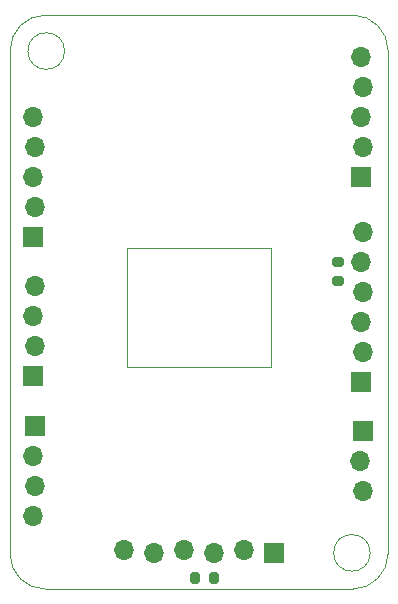
<source format=gbr>
%TF.GenerationSoftware,KiCad,Pcbnew,(6.0.4-0)*%
%TF.CreationDate,2022-08-31T17:38:41+08:00*%
%TF.ProjectId,STLinkV3_Adapter,53544c69-6e6b-4563-935f-416461707465,rev?*%
%TF.SameCoordinates,Original*%
%TF.FileFunction,Soldermask,Bot*%
%TF.FilePolarity,Negative*%
%FSLAX46Y46*%
G04 Gerber Fmt 4.6, Leading zero omitted, Abs format (unit mm)*
G04 Created by KiCad (PCBNEW (6.0.4-0)) date 2022-08-31 17:38:41*
%MOMM*%
%LPD*%
G01*
G04 APERTURE LIST*
G04 Aperture macros list*
%AMRoundRect*
0 Rectangle with rounded corners*
0 $1 Rounding radius*
0 $2 $3 $4 $5 $6 $7 $8 $9 X,Y pos of 4 corners*
0 Add a 4 corners polygon primitive as box body*
4,1,4,$2,$3,$4,$5,$6,$7,$8,$9,$2,$3,0*
0 Add four circle primitives for the rounded corners*
1,1,$1+$1,$2,$3*
1,1,$1+$1,$4,$5*
1,1,$1+$1,$6,$7*
1,1,$1+$1,$8,$9*
0 Add four rect primitives between the rounded corners*
20,1,$1+$1,$2,$3,$4,$5,0*
20,1,$1+$1,$4,$5,$6,$7,0*
20,1,$1+$1,$6,$7,$8,$9,0*
20,1,$1+$1,$8,$9,$2,$3,0*%
G04 Aperture macros list end*
%TA.AperFunction,Profile*%
%ADD10C,0.100000*%
%TD*%
%TA.AperFunction,Profile*%
%ADD11C,0.120000*%
%TD*%
%ADD12R,1.700000X1.700000*%
%ADD13O,1.700000X1.700000*%
%ADD14RoundRect,0.200000X0.200000X0.275000X-0.200000X0.275000X-0.200000X-0.275000X0.200000X-0.275000X0*%
%ADD15RoundRect,0.200000X0.275000X-0.200000X0.275000X0.200000X-0.275000X0.200000X-0.275000X-0.200000X0*%
G04 APERTURE END LIST*
D10*
X70000026Y-105648680D02*
G75*
G03*
X73000000Y-108600000I2952974J1280D01*
G01*
X99000000Y-108600000D02*
X73000000Y-108600000D01*
X102000000Y-63000000D02*
X102000000Y-105600000D01*
X74610000Y-63050000D02*
G75*
G03*
X74610000Y-63050000I-1550000J0D01*
G01*
X100490000Y-105540000D02*
G75*
G03*
X100490000Y-105540000I-1550000J0D01*
G01*
X73000000Y-60000000D02*
G75*
G03*
X70000000Y-63000000I2600J-3002600D01*
G01*
X99000000Y-108600000D02*
G75*
G03*
X102000000Y-105600000I0J3000000D01*
G01*
X102000000Y-63000000D02*
G75*
G03*
X99000000Y-60000000I-3000000J0D01*
G01*
X73000000Y-60000000D02*
X99000000Y-60000000D01*
X70000000Y-105648680D02*
X70000000Y-63000000D01*
D11*
%TO.C,U1*%
X79900000Y-79700000D02*
X92100000Y-79700000D01*
X92100000Y-79700000D02*
X92100000Y-89800000D01*
X92100000Y-89800000D02*
X79900000Y-89800000D01*
X79900000Y-89800000D02*
X79900000Y-79700000D01*
%TD*%
D12*
%TO.C,J3*%
X72100000Y-94800000D03*
D13*
X71900000Y-97340000D03*
X72100000Y-99880000D03*
X71900000Y-102420000D03*
%TD*%
D12*
%TO.C,J4*%
X99700000Y-73680000D03*
D13*
X99900000Y-71140000D03*
X99700000Y-68600000D03*
X99900000Y-66060000D03*
X99700000Y-63520000D03*
%TD*%
D12*
%TO.C,J1*%
X99850000Y-95225000D03*
D13*
X99650000Y-97765000D03*
X99850000Y-100305000D03*
%TD*%
D12*
%TO.C,J6*%
X99700000Y-91080000D03*
D13*
X99900000Y-88540000D03*
X99700000Y-86000000D03*
X99900000Y-83460000D03*
X99700000Y-80920000D03*
X99900000Y-78380000D03*
%TD*%
D12*
%TO.C,J5*%
X71900000Y-90600000D03*
D13*
X72100000Y-88060000D03*
X71900000Y-85520000D03*
X72100000Y-82980000D03*
%TD*%
D12*
%TO.C,J2*%
X71900000Y-78800000D03*
D13*
X72100000Y-76260000D03*
X71900000Y-73720000D03*
X72100000Y-71180000D03*
X71900000Y-68640000D03*
%TD*%
D12*
%TO.C,J7*%
X92350000Y-105510000D03*
D13*
X89810000Y-105290000D03*
X87270000Y-105510000D03*
X84730000Y-105290000D03*
X82190000Y-105510000D03*
X79650000Y-105290000D03*
%TD*%
D14*
%TO.C,R2*%
X87275000Y-107650000D03*
X85625000Y-107650000D03*
%TD*%
D15*
%TO.C,R1*%
X97730000Y-82545000D03*
X97730000Y-80895000D03*
%TD*%
M02*

</source>
